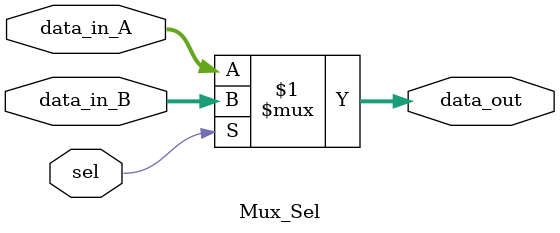
<source format=v>
`timescale 1ns / 1ps
module Mux_Sel(
    output [31 : 0] data_out,
    input [31 : 0] data_in_A,
    input [31 : 0] data_in_B,
    input sel
    );

	assign data_out = sel ? data_in_B : data_in_A;

endmodule

</source>
